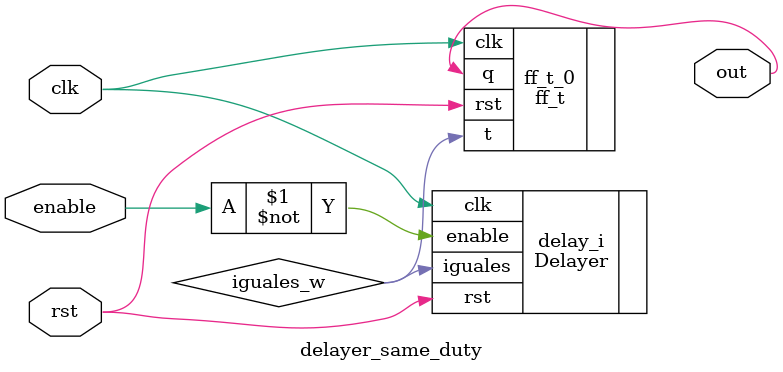
<source format=v>
`timescale 1ns / 1ps


module delayer_same_duty # (parameter width = 27, parameter YY = 100000000)(
    input clk,
    input rst,
    input enable,
    output out
    );
    
    wire iguales_w;
    Delayer # ( .width(width), .YY(YY) ) delay_i ( .clk(clk), .rst(rst), .enable(~enable), .iguales(iguales_w) );
    
    ff_t ff_t_0( .clk(clk),.rst(rst),.t(iguales_w),.q(out));
    
     
endmodule

</source>
